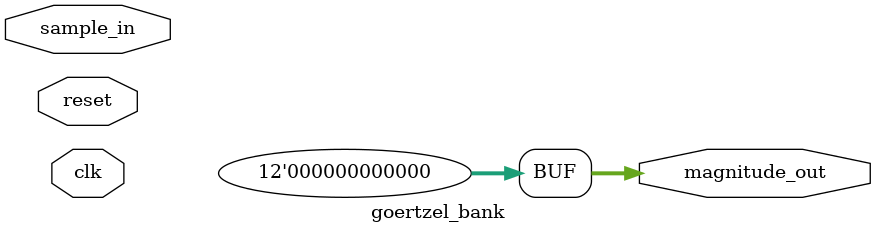
<source format=v>
module goertzel_bank(
    input wire clk,
    input wire reset,
    input wire signed [15:0] sample_in,
    output wire [11:0] magnitude_out
);
    // TODO: Implement filter logic
    assign magnitude_out = 12'd0;
endmodule

</source>
